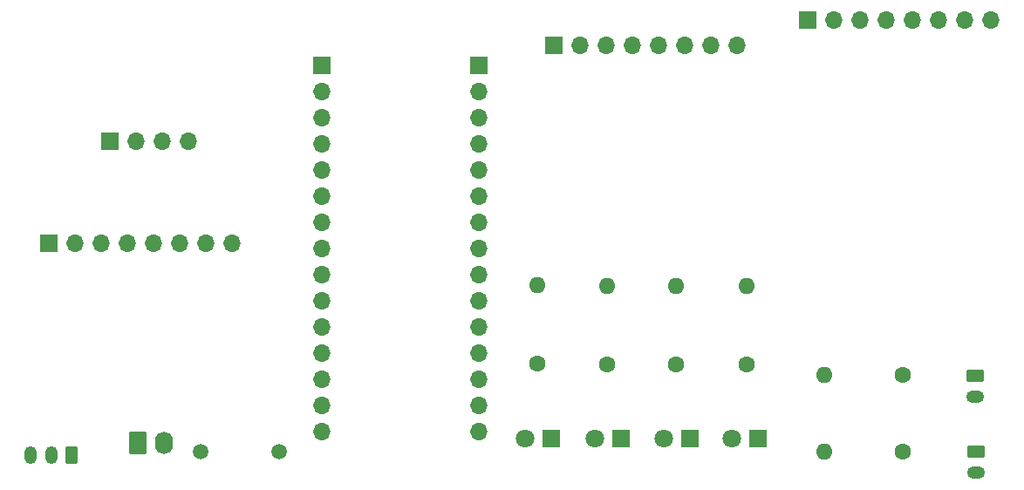
<source format=gbr>
%TF.GenerationSoftware,KiCad,Pcbnew,8.0.8*%
%TF.CreationDate,2025-03-12T21:32:49-06:00*%
%TF.ProjectId,Final_Project_New_Design,46696e61-6c5f-4507-926f-6a6563745f4e,rev?*%
%TF.SameCoordinates,Original*%
%TF.FileFunction,Soldermask,Top*%
%TF.FilePolarity,Negative*%
%FSLAX46Y46*%
G04 Gerber Fmt 4.6, Leading zero omitted, Abs format (unit mm)*
G04 Created by KiCad (PCBNEW 8.0.8) date 2025-03-12 21:32:49*
%MOMM*%
%LPD*%
G01*
G04 APERTURE LIST*
G04 Aperture macros list*
%AMRoundRect*
0 Rectangle with rounded corners*
0 $1 Rounding radius*
0 $2 $3 $4 $5 $6 $7 $8 $9 X,Y pos of 4 corners*
0 Add a 4 corners polygon primitive as box body*
4,1,4,$2,$3,$4,$5,$6,$7,$8,$9,$2,$3,0*
0 Add four circle primitives for the rounded corners*
1,1,$1+$1,$2,$3*
1,1,$1+$1,$4,$5*
1,1,$1+$1,$6,$7*
1,1,$1+$1,$8,$9*
0 Add four rect primitives between the rounded corners*
20,1,$1+$1,$2,$3,$4,$5,0*
20,1,$1+$1,$4,$5,$6,$7,0*
20,1,$1+$1,$6,$7,$8,$9,0*
20,1,$1+$1,$8,$9,$2,$3,0*%
G04 Aperture macros list end*
%ADD10C,1.512000*%
%ADD11R,1.800000X1.800000*%
%ADD12C,1.800000*%
%ADD13RoundRect,0.250000X0.350000X0.625000X-0.350000X0.625000X-0.350000X-0.625000X0.350000X-0.625000X0*%
%ADD14O,1.200000X1.750000*%
%ADD15C,1.600000*%
%ADD16O,1.600000X1.600000*%
%ADD17R,1.700000X1.700000*%
%ADD18O,1.700000X1.700000*%
%ADD19RoundRect,0.250000X-0.620000X-0.845000X0.620000X-0.845000X0.620000X0.845000X-0.620000X0.845000X0*%
%ADD20O,1.740000X2.190000*%
%ADD21RoundRect,0.250000X-0.625000X0.350000X-0.625000X-0.350000X0.625000X-0.350000X0.625000X0.350000X0*%
%ADD22O,1.750000X1.200000*%
G04 APERTURE END LIST*
D10*
%TO.C,SW1*%
X137450000Y-99500000D03*
X145070000Y-99500000D03*
%TD*%
D11*
%TO.C,D3*%
X178280000Y-98200000D03*
D12*
X175740000Y-98200000D03*
%TD*%
D13*
%TO.C,J9*%
X124950000Y-99860000D03*
D14*
X122950000Y-99860000D03*
X120950000Y-99860000D03*
%TD*%
D15*
%TO.C,R5*%
X205600000Y-99490000D03*
D16*
X197980000Y-99490000D03*
%TD*%
D15*
%TO.C,R4*%
X170120000Y-90930000D03*
D16*
X170120000Y-83310000D03*
%TD*%
D17*
%TO.C,J6*%
X128620000Y-69340000D03*
D18*
X131160000Y-69340000D03*
X133700000Y-69340000D03*
X136240000Y-69340000D03*
%TD*%
D19*
%TO.C,J10*%
X131360000Y-98690000D03*
D20*
X133900000Y-98690000D03*
%TD*%
D17*
%TO.C,J5*%
X171745000Y-60010000D03*
D18*
X174285000Y-60010000D03*
X176825000Y-60010000D03*
X179365000Y-60010000D03*
X181905000Y-60010000D03*
X184445000Y-60010000D03*
X186985000Y-60010000D03*
X189525000Y-60010000D03*
%TD*%
D11*
%TO.C,D1*%
X191580000Y-98200000D03*
D12*
X189040000Y-98200000D03*
%TD*%
D17*
%TO.C,J8*%
X122695000Y-79230000D03*
D18*
X125235000Y-79230000D03*
X127775000Y-79230000D03*
X130315000Y-79230000D03*
X132855000Y-79230000D03*
X135395000Y-79230000D03*
X137935000Y-79230000D03*
X140475000Y-79230000D03*
%TD*%
D15*
%TO.C,R2*%
X183580000Y-91010000D03*
D16*
X183580000Y-83390000D03*
%TD*%
D21*
%TO.C,J4*%
X212680000Y-92130000D03*
D22*
X212680000Y-94130000D03*
%TD*%
D15*
%TO.C,R6*%
X205600000Y-92090000D03*
D16*
X197980000Y-92090000D03*
%TD*%
D15*
%TO.C,R1*%
X190460000Y-91010000D03*
D16*
X190460000Y-83390000D03*
%TD*%
D11*
%TO.C,D2*%
X184980000Y-98200000D03*
D12*
X182440000Y-98200000D03*
%TD*%
D21*
%TO.C,J3*%
X212700000Y-99490000D03*
D22*
X212700000Y-101490000D03*
%TD*%
D17*
%TO.C,J7*%
X196400000Y-57610000D03*
D18*
X198940000Y-57610000D03*
X201480000Y-57610000D03*
X204020000Y-57610000D03*
X206560000Y-57610000D03*
X209100000Y-57610000D03*
X211640000Y-57610000D03*
X214180000Y-57610000D03*
%TD*%
D15*
%TO.C,R3*%
X176930000Y-91010000D03*
D16*
X176930000Y-83390000D03*
%TD*%
D11*
%TO.C,D4*%
X171480000Y-98200000D03*
D12*
X168940000Y-98200000D03*
%TD*%
D17*
%TO.C,J1*%
X149240000Y-61960000D03*
D18*
X149240000Y-64500000D03*
X149240000Y-67040000D03*
X149240000Y-69580000D03*
X149240000Y-72120000D03*
X149240000Y-74660000D03*
X149240000Y-77200000D03*
X149240000Y-79740000D03*
X149240000Y-82280000D03*
X149240000Y-84820000D03*
X149240000Y-87360000D03*
X149240000Y-89900000D03*
X149240000Y-92440000D03*
X149240000Y-94980000D03*
X149240000Y-97520000D03*
%TD*%
D17*
%TO.C,J2*%
X164480000Y-61960000D03*
D18*
X164480000Y-64500000D03*
X164480000Y-67040000D03*
X164480000Y-69580000D03*
X164480000Y-72120000D03*
X164480000Y-74660000D03*
X164480000Y-77200000D03*
X164480000Y-79740000D03*
X164480000Y-82280000D03*
X164480000Y-84820000D03*
X164480000Y-87360000D03*
X164480000Y-89900000D03*
X164480000Y-92440000D03*
X164480000Y-94980000D03*
X164480000Y-97520000D03*
%TD*%
M02*

</source>
